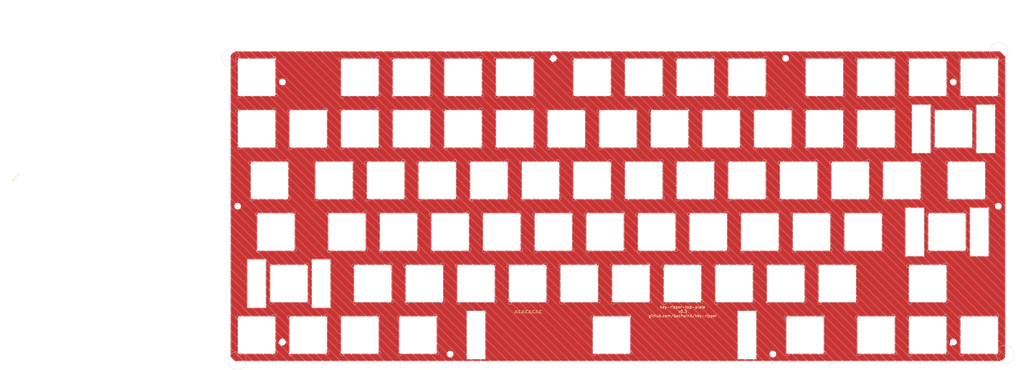
<source format=kicad_pcb>
(kicad_pcb (version 20171130) (host pcbnew "(5.1.4-0-10_14)")
  (layers (0 F.Cu signal) (31 B.Cu signal hide) (34 B.Paste user) (35 F.Paste user) (36 B.SilkS user) (37 F.SilkS user) (38 B.Mask user) (39 F.Mask user) (44 Edge.Cuts user))
  (net 0 "")
  (module "bschwind_slots:mx_top_plate_1.00u" (layer "F.Cu") (at 276.225 123.82505)
    (fp_text reference "REF**")
    (fp_text value "mx_top_plate_1.00u")
    (fp_line (start -7 -6.5) (end -7 6.490924) (width 0.1) (layer "Edge.Cuts"))
    (fp_line (start -6.5 -7) (end 6.5 -7) (width 0.1) (layer "Edge.Cuts"))
    (fp_line (start -6.5 6.990924) (end 6.5 7) (width 0.1) (layer "Edge.Cuts"))
    (fp_line (start 7 -6.5) (end 7 6.5) (width 0.1) (layer "Edge.Cuts"))
    (fp_arc (start -7 -6.5) (end -6.5 -7) (angle 0) (width 0.1) (layer "Edge.Cuts"))
    (fp_arc (start -6.5 6.990924) (end -7 6.490924) (angle 0) (width 0.1) (layer "Edge.Cuts"))
    (fp_arc (start 6.5 -7) (end 7 -6.5) (angle 0) (width 0.1) (layer "Edge.Cuts"))
    (fp_arc (start 7 6.5) (end 6.5 7) (angle 0) (width 0.1) (layer "Edge.Cuts"))
  )
  (module "bschwind_slots:mx_top_plate_1.25u" (layer "F.Cu") (at 230.98125 123.82505)
    (fp_text reference "REF**")
    (fp_text value "mx_top_plate_1.25u")
    (fp_line (start -7 -6.5) (end -7 6.490924) (width 0.1) (layer "Edge.Cuts"))
    (fp_line (start -6.5 -7) (end 6.5 -7) (width 0.1) (layer "Edge.Cuts"))
    (fp_line (start -6.5 6.990924) (end 6.5 7) (width 0.1) (layer "Edge.Cuts"))
    (fp_line (start 7 -6.5) (end 7 6.5) (width 0.1) (layer "Edge.Cuts"))
    (fp_arc (start -7 -6.5) (end -6.5 -7) (angle 0) (width 0.1) (layer "Edge.Cuts"))
    (fp_arc (start -6.5 6.990924) (end -7 6.490924) (angle 0) (width 0.1) (layer "Edge.Cuts"))
    (fp_arc (start 6.5 -7) (end 7 -6.5) (angle 0) (width 0.1) (layer "Edge.Cuts"))
    (fp_arc (start 7 6.5) (end 6.5 7) (angle 0) (width 0.1) (layer "Edge.Cuts"))
  )
  (module "bschwind_slots:mx_top_plate_1.00u" (layer "F.Cu") (at 90.4875 104.77505)
    (fp_text reference "REF**")
    (fp_text value "mx_top_plate_1.00u")
    (fp_line (start -7 -6.5) (end -7 6.490924) (width 0.1) (layer "Edge.Cuts"))
    (fp_line (start -6.5 -7) (end 6.5 -7) (width 0.1) (layer "Edge.Cuts"))
    (fp_line (start -6.5 6.990924) (end 6.5 7) (width 0.1) (layer "Edge.Cuts"))
    (fp_line (start 7 -6.5) (end 7 6.5) (width 0.1) (layer "Edge.Cuts"))
    (fp_arc (start -7 -6.5) (end -6.5 -7) (angle 0) (width 0.1) (layer "Edge.Cuts"))
    (fp_arc (start -6.5 6.990924) (end -7 6.490924) (angle 0) (width 0.1) (layer "Edge.Cuts"))
    (fp_arc (start 6.5 -7) (end 7 -6.5) (angle 0) (width 0.1) (layer "Edge.Cuts"))
    (fp_arc (start 7 6.5) (end 6.5 7) (angle 0) (width 0.1) (layer "Edge.Cuts"))
  )
  (module "bschwind_slots:mx_top_plate_1.00u" (layer "F.Cu") (at 100.0125 85.72505)
    (fp_text reference "REF**")
    (fp_text value "mx_top_plate_1.00u")
    (fp_line (start -7 -6.5) (end -7 6.490924) (width 0.1) (layer "Edge.Cuts"))
    (fp_line (start -6.5 -7) (end 6.5 -7) (width 0.1) (layer "Edge.Cuts"))
    (fp_line (start -6.5 6.990924) (end 6.5 7) (width 0.1) (layer "Edge.Cuts"))
    (fp_line (start 7 -6.5) (end 7 6.5) (width 0.1) (layer "Edge.Cuts"))
    (fp_arc (start -7 -6.5) (end -6.5 -7) (angle 0) (width 0.1) (layer "Edge.Cuts"))
    (fp_arc (start -6.5 6.990924) (end -7 6.490924) (angle 0) (width 0.1) (layer "Edge.Cuts"))
    (fp_arc (start 6.5 -7) (end 7 -6.5) (angle 0) (width 0.1) (layer "Edge.Cuts"))
    (fp_arc (start 7 6.5) (end 6.5 7) (angle 0) (width 0.1) (layer "Edge.Cuts"))
  )
  (module "bschwind_slots:mx_top_plate_1.00u" (layer "F.Cu") (at 180.975 47.62505)
    (fp_text reference "REF**")
    (fp_text value "mx_top_plate_1.00u")
    (fp_line (start -7 -6.5) (end -7 6.490924) (width 0.1) (layer "Edge.Cuts"))
    (fp_line (start -6.5 -7) (end 6.5 -7) (width 0.1) (layer "Edge.Cuts"))
    (fp_line (start -6.5 6.990924) (end 6.5 7) (width 0.1) (layer "Edge.Cuts"))
    (fp_line (start 7 -6.5) (end 7 6.5) (width 0.1) (layer "Edge.Cuts"))
    (fp_arc (start -7 -6.5) (end -6.5 -7) (angle 0) (width 0.1) (layer "Edge.Cuts"))
    (fp_arc (start -6.5 6.990924) (end -7 6.490924) (angle 0) (width 0.1) (layer "Edge.Cuts"))
    (fp_arc (start 6.5 -7) (end 7 -6.5) (angle 0) (width 0.1) (layer "Edge.Cuts"))
    (fp_arc (start 7 6.5) (end 6.5 7) (angle 0) (width 0.1) (layer "Edge.Cuts"))
  )
  (module "bschwind_slots:mx_top_plate_1.00u" (layer "F.Cu") (at 238.125 47.62505)
    (fp_text reference "REF**")
    (fp_text value "mx_top_plate_1.00u")
    (fp_line (start -7 -6.5) (end -7 6.490924) (width 0.1) (layer "Edge.Cuts"))
    (fp_line (start -6.5 -7) (end 6.5 -7) (width 0.1) (layer "Edge.Cuts"))
    (fp_line (start -6.5 6.990924) (end 6.5 7) (width 0.1) (layer "Edge.Cuts"))
    (fp_line (start 7 -6.5) (end 7 6.5) (width 0.1) (layer "Edge.Cuts"))
    (fp_arc (start -7 -6.5) (end -6.5 -7) (angle 0) (width 0.1) (layer "Edge.Cuts"))
    (fp_arc (start -6.5 6.990924) (end -7 6.490924) (angle 0) (width 0.1) (layer "Edge.Cuts"))
    (fp_arc (start 6.5 -7) (end 7 -6.5) (angle 0) (width 0.1) (layer "Edge.Cuts"))
    (fp_arc (start 7 6.5) (end 6.5 7) (angle 0) (width 0.1) (layer "Edge.Cuts"))
  )
  (module "bschwind_slots:mx_top_plate_1.00u" (layer "F.Cu") (at 295.275 28.57505)
    (fp_text reference "REF**")
    (fp_text value "mx_top_plate_1.00u")
    (fp_line (start -7 -6.5) (end -7 6.490924) (width 0.1) (layer "Edge.Cuts"))
    (fp_line (start -6.5 -7) (end 6.5 -7) (width 0.1) (layer "Edge.Cuts"))
    (fp_line (start -6.5 6.990924) (end 6.5 7) (width 0.1) (layer "Edge.Cuts"))
    (fp_line (start 7 -6.5) (end 7 6.5) (width 0.1) (layer "Edge.Cuts"))
    (fp_arc (start -7 -6.5) (end -6.5 -7) (angle 0) (width 0.1) (layer "Edge.Cuts"))
    (fp_arc (start -6.5 6.990924) (end -7 6.490924) (angle 0) (width 0.1) (layer "Edge.Cuts"))
    (fp_arc (start 6.5 -7) (end 7 -6.5) (angle 0) (width 0.1) (layer "Edge.Cuts"))
    (fp_arc (start 7 6.5) (end 6.5 7) (angle 0) (width 0.1) (layer "Edge.Cuts"))
  )
  (module "MountingHole:MountingHole_2.2mm_M2" (layer "F.Cu") (at 21.55 76.2)
    (fp_text reference "REF**" hide)
    (fp_text value "MountingHole_2.2mm_M2")
    (pad "" np_thru_hole circle (at 0 0) (size 2.2 2.2) (drill 2.2) (layers "*.Cu" "*.Mask"))
  )
  (module "bschwind_slots:mx_top_plate_1.00u" (layer "F.Cu") (at 295.275 123.82505)
    (fp_text reference "REF**")
    (fp_text value "mx_top_plate_1.00u")
    (fp_line (start -7 -6.5) (end -7 6.490924) (width 0.1) (layer "Edge.Cuts"))
    (fp_line (start -6.5 -7) (end 6.5 -7) (width 0.1) (layer "Edge.Cuts"))
    (fp_line (start -6.5 6.990924) (end 6.5 7) (width 0.1) (layer "Edge.Cuts"))
    (fp_line (start 7 -6.5) (end 7 6.5) (width 0.1) (layer "Edge.Cuts"))
    (fp_arc (start -7 -6.5) (end -6.5 -7) (angle 0) (width 0.1) (layer "Edge.Cuts"))
    (fp_arc (start -6.5 6.990924) (end -7 6.490924) (angle 0) (width 0.1) (layer "Edge.Cuts"))
    (fp_arc (start 6.5 -7) (end 7 -6.5) (angle 0) (width 0.1) (layer "Edge.Cuts"))
    (fp_arc (start 7 6.5) (end 6.5 7) (angle 0) (width 0.1) (layer "Edge.Cuts"))
  )
  (module "bschwind_slots:mx_top_plate_1.00u" (layer "F.Cu") (at 104.775 47.62505)
    (fp_text reference "REF**")
    (fp_text value "mx_top_plate_1.00u")
    (fp_line (start -7 -6.5) (end -7 6.490924) (width 0.1) (layer "Edge.Cuts"))
    (fp_line (start -6.5 -7) (end 6.5 -7) (width 0.1) (layer "Edge.Cuts"))
    (fp_line (start -6.5 6.990924) (end 6.5 7) (width 0.1) (layer "Edge.Cuts"))
    (fp_line (start 7 -6.5) (end 7 6.5) (width 0.1) (layer "Edge.Cuts"))
    (fp_arc (start -7 -6.5) (end -6.5 -7) (angle 0) (width 0.1) (layer "Edge.Cuts"))
    (fp_arc (start -6.5 6.990924) (end -7 6.490924) (angle 0) (width 0.1) (layer "Edge.Cuts"))
    (fp_arc (start 6.5 -7) (end 7 -6.5) (angle 0) (width 0.1) (layer "Edge.Cuts"))
    (fp_arc (start 7 6.5) (end 6.5 7) (angle 0) (width 0.1) (layer "Edge.Cuts"))
  )
  (module "bschwind_slots:mx_top_plate_1.00u" (layer "F.Cu") (at 123.825 28.57505)
    (fp_text reference "REF**")
    (fp_text value "mx_top_plate_1.00u")
    (fp_line (start -7 -6.5) (end -7 6.490924) (width 0.1) (layer "Edge.Cuts"))
    (fp_line (start -6.5 -7) (end 6.5 -7) (width 0.1) (layer "Edge.Cuts"))
    (fp_line (start -6.5 6.990924) (end 6.5 7) (width 0.1) (layer "Edge.Cuts"))
    (fp_line (start 7 -6.5) (end 7 6.5) (width 0.1) (layer "Edge.Cuts"))
    (fp_arc (start -7 -6.5) (end -6.5 -7) (angle 0) (width 0.1) (layer "Edge.Cuts"))
    (fp_arc (start -6.5 6.990924) (end -7 6.490924) (angle 0) (width 0.1) (layer "Edge.Cuts"))
    (fp_arc (start 6.5 -7) (end 7 -6.5) (angle 0) (width 0.1) (layer "Edge.Cuts"))
    (fp_arc (start 7 6.5) (end 6.5 7) (angle 0) (width 0.1) (layer "Edge.Cuts"))
  )
  (module "bschwind_slots:mx_top_plate_1.00u" (layer "F.Cu") (at 95.25 66.67505)
    (fp_text reference "REF**")
    (fp_text value "mx_top_plate_1.00u")
    (fp_line (start -7 -6.5) (end -7 6.490924) (width 0.1) (layer "Edge.Cuts"))
    (fp_line (start -6.5 -7) (end 6.5 -7) (width 0.1) (layer "Edge.Cuts"))
    (fp_line (start -6.5 6.990924) (end 6.5 7) (width 0.1) (layer "Edge.Cuts"))
    (fp_line (start 7 -6.5) (end 7 6.5) (width 0.1) (layer "Edge.Cuts"))
    (fp_arc (start -7 -6.5) (end -6.5 -7) (angle 0) (width 0.1) (layer "Edge.Cuts"))
    (fp_arc (start -6.5 6.990924) (end -7 6.490924) (angle 0) (width 0.1) (layer "Edge.Cuts"))
    (fp_arc (start 6.5 -7) (end 7 -6.5) (angle 0) (width 0.1) (layer "Edge.Cuts"))
    (fp_arc (start 7 6.5) (end 6.5 7) (angle 0) (width 0.1) (layer "Edge.Cuts"))
  )
  (module "bschwind_slots:mx_top_plate_1.00u" (layer "F.Cu") (at 223.8375 104.77505)
    (fp_text reference "REF**")
    (fp_text value "mx_top_plate_1.00u")
    (fp_line (start -7 -6.5) (end -7 6.490924) (width 0.1) (layer "Edge.Cuts"))
    (fp_line (start -6.5 -7) (end 6.5 -7) (width 0.1) (layer "Edge.Cuts"))
    (fp_line (start -6.5 6.990924) (end 6.5 7) (width 0.1) (layer "Edge.Cuts"))
    (fp_line (start 7 -6.5) (end 7 6.5) (width 0.1) (layer "Edge.Cuts"))
    (fp_arc (start -7 -6.5) (end -6.5 -7) (angle 0) (width 0.1) (layer "Edge.Cuts"))
    (fp_arc (start -6.5 6.990924) (end -7 6.490924) (angle 0) (width 0.1) (layer "Edge.Cuts"))
    (fp_arc (start 6.5 -7) (end 7 -6.5) (angle 0) (width 0.1) (layer "Edge.Cuts"))
    (fp_arc (start 7 6.5) (end 6.5 7) (angle 0) (width 0.1) (layer "Edge.Cuts"))
  )
  (module "bschwind_slots:mx_top_plate_1.00u" (layer "F.Cu") (at 66.675 28.57505)
    (fp_text reference "REF**")
    (fp_text value "mx_top_plate_1.00u")
    (fp_line (start -7 -6.5) (end -7 6.490924) (width 0.1) (layer "Edge.Cuts"))
    (fp_line (start -6.5 -7) (end 6.5 -7) (width 0.1) (layer "Edge.Cuts"))
    (fp_line (start -6.5 6.990924) (end 6.5 7) (width 0.1) (layer "Edge.Cuts"))
    (fp_line (start 7 -6.5) (end 7 6.5) (width 0.1) (layer "Edge.Cuts"))
    (fp_arc (start -7 -6.5) (end -6.5 -7) (angle 0) (width 0.1) (layer "Edge.Cuts"))
    (fp_arc (start -6.5 6.990924) (end -7 6.490924) (angle 0) (width 0.1) (layer "Edge.Cuts"))
    (fp_arc (start 6.5 -7) (end 7 -6.5) (angle 0) (width 0.1) (layer "Edge.Cuts"))
    (fp_arc (start 7 6.5) (end 6.5 7) (angle 0) (width 0.1) (layer "Edge.Cuts"))
  )
  (module "bschwind_slots:mx_top_plate_1.00u" (layer "F.Cu") (at 161.925 47.62505)
    (fp_text reference "REF**")
    (fp_text value "mx_top_plate_1.00u")
    (fp_line (start -7 -6.5) (end -7 6.490924) (width 0.1) (layer "Edge.Cuts"))
    (fp_line (start -6.5 -7) (end 6.5 -7) (width 0.1) (layer "Edge.Cuts"))
    (fp_line (start -6.5 6.990924) (end 6.5 7) (width 0.1) (layer "Edge.Cuts"))
    (fp_line (start 7 -6.5) (end 7 6.5) (width 0.1) (layer "Edge.Cuts"))
    (fp_arc (start -7 -6.5) (end -6.5 -7) (angle 0) (width 0.1) (layer "Edge.Cuts"))
    (fp_arc (start -6.5 6.990924) (end -7 6.490924) (angle 0) (width 0.1) (layer "Edge.Cuts"))
    (fp_arc (start 6.5 -7) (end 7 -6.5) (angle 0) (width 0.1) (layer "Edge.Cuts"))
    (fp_arc (start 7 6.5) (end 6.5 7) (angle 0) (width 0.1) (layer "Edge.Cuts"))
  )
  (module "bschwind_slots:mx_top_plate_1.00u" (layer "F.Cu") (at 147.6375 104.77505)
    (fp_text reference "REF**")
    (fp_text value "mx_top_plate_1.00u")
    (fp_line (start -7 -6.5) (end -7 6.490924) (width 0.1) (layer "Edge.Cuts"))
    (fp_line (start -6.5 -7) (end 6.5 -7) (width 0.1) (layer "Edge.Cuts"))
    (fp_line (start -6.5 6.990924) (end 6.5 7) (width 0.1) (layer "Edge.Cuts"))
    (fp_line (start 7 -6.5) (end 7 6.5) (width 0.1) (layer "Edge.Cuts"))
    (fp_arc (start -7 -6.5) (end -6.5 -7) (angle 0) (width 0.1) (layer "Edge.Cuts"))
    (fp_arc (start -6.5 6.990924) (end -7 6.490924) (angle 0) (width 0.1) (layer "Edge.Cuts"))
    (fp_arc (start 6.5 -7) (end 7 -6.5) (angle 0) (width 0.1) (layer "Edge.Cuts"))
    (fp_arc (start 7 6.5) (end 6.5 7) (angle 0) (width 0.1) (layer "Edge.Cuts"))
  )
  (module "MountingHole:MountingHole_2.2mm_M2" (layer "F.Cu") (at 138.125 21.55)
    (fp_text reference "REF**" hide)
    (fp_text value "MountingHole_2.2mm_M2")
    (pad "" np_thru_hole circle (at 0 0) (size 2.2 2.2) (drill 2.2) (layers "*.Cu" "*.Mask"))
  )
  (module "bschwind_slots:mx_top_plate_1.00u" (layer "F.Cu") (at 233.3625 85.72505)
    (fp_text reference "REF**")
    (fp_text value "mx_top_plate_1.00u")
    (fp_line (start -7 -6.5) (end -7 6.490924) (width 0.1) (layer "Edge.Cuts"))
    (fp_line (start -6.5 -7) (end 6.5 -7) (width 0.1) (layer "Edge.Cuts"))
    (fp_line (start -6.5 6.990924) (end 6.5 7) (width 0.1) (layer "Edge.Cuts"))
    (fp_line (start 7 -6.5) (end 7 6.5) (width 0.1) (layer "Edge.Cuts"))
    (fp_arc (start -7 -6.5) (end -6.5 -7) (angle 0) (width 0.1) (layer "Edge.Cuts"))
    (fp_arc (start -6.5 6.990924) (end -7 6.490924) (angle 0) (width 0.1) (layer "Edge.Cuts"))
    (fp_arc (start 6.5 -7) (end 7 -6.5) (angle 0) (width 0.1) (layer "Edge.Cuts"))
    (fp_arc (start 7 6.5) (end 6.5 7) (angle 0) (width 0.1) (layer "Edge.Cuts"))
  )
  (module "bschwind_slots:mx_top_plate_1.00u" (layer "F.Cu") (at 257.175 123.82505)
    (fp_text reference "REF**")
    (fp_text value "mx_top_plate_1.00u")
    (fp_line (start -7 -6.5) (end -7 6.490924) (width 0.1) (layer "Edge.Cuts"))
    (fp_line (start -6.5 -7) (end 6.5 -7) (width 0.1) (layer "Edge.Cuts"))
    (fp_line (start -6.5 6.990924) (end 6.5 7) (width 0.1) (layer "Edge.Cuts"))
    (fp_line (start 7 -6.5) (end 7 6.5) (width 0.1) (layer "Edge.Cuts"))
    (fp_arc (start -7 -6.5) (end -6.5 -7) (angle 0) (width 0.1) (layer "Edge.Cuts"))
    (fp_arc (start -6.5 6.990924) (end -7 6.490924) (angle 0) (width 0.1) (layer "Edge.Cuts"))
    (fp_arc (start 6.5 -7) (end 7 -6.5) (angle 0) (width 0.1) (layer "Edge.Cuts"))
    (fp_arc (start 7 6.5) (end 6.5 7) (angle 0) (width 0.1) (layer "Edge.Cuts"))
  )
  (module "bschwind_slots:mx_top_plate_1.00u" (layer "F.Cu") (at 176.2125 85.72505)
    (fp_text reference "REF**")
    (fp_text value "mx_top_plate_1.00u")
    (fp_line (start -7 -6.5) (end -7 6.490924) (width 0.1) (layer "Edge.Cuts"))
    (fp_line (start -6.5 -7) (end 6.5 -7) (width 0.1) (layer "Edge.Cuts"))
    (fp_line (start -6.5 6.990924) (end 6.5 7) (width 0.1) (layer "Edge.Cuts"))
    (fp_line (start 7 -6.5) (end 7 6.5) (width 0.1) (layer "Edge.Cuts"))
    (fp_arc (start -7 -6.5) (end -6.5 -7) (angle 0) (width 0.1) (layer "Edge.Cuts"))
    (fp_arc (start -6.5 6.990924) (end -7 6.490924) (angle 0) (width 0.1) (layer "Edge.Cuts"))
    (fp_arc (start 6.5 -7) (end 7 -6.5) (angle 0) (width 0.1) (layer "Edge.Cuts"))
    (fp_arc (start 7 6.5) (end 6.5 7) (angle 0) (width 0.1) (layer "Edge.Cuts"))
  )
  (module "bschwind_slots:mx_top_plate_1.00u" (layer "F.Cu") (at 238.125 28.57505)
    (fp_text reference "REF**")
    (fp_text value "mx_top_plate_1.00u")
    (fp_line (start -7 -6.5) (end -7 6.490924) (width 0.1) (layer "Edge.Cuts"))
    (fp_line (start -6.5 -7) (end 6.5 -7) (width 0.1) (layer "Edge.Cuts"))
    (fp_line (start -6.5 6.990924) (end 6.5 7) (width 0.1) (layer "Edge.Cuts"))
    (fp_line (start 7 -6.5) (end 7 6.5) (width 0.1) (layer "Edge.Cuts"))
    (fp_arc (start -7 -6.5) (end -6.5 -7) (angle 0) (width 0.1) (layer "Edge.Cuts"))
    (fp_arc (start -6.5 6.990924) (end -7 6.490924) (angle 0) (width 0.1) (layer "Edge.Cuts"))
    (fp_arc (start 6.5 -7) (end 7 -6.5) (angle 0) (width 0.1) (layer "Edge.Cuts"))
    (fp_arc (start 7 6.5) (end 6.5 7) (angle 0) (width 0.1) (layer "Edge.Cuts"))
  )
  (module "bschwind_slots:mx_top_plate_1.00u" (layer "F.Cu") (at 152.4 66.67505)
    (fp_text reference "REF**")
    (fp_text value "mx_top_plate_1.00u")
    (fp_line (start -7 -6.5) (end -7 6.490924) (width 0.1) (layer "Edge.Cuts"))
    (fp_line (start -6.5 -7) (end 6.5 -7) (width 0.1) (layer "Edge.Cuts"))
    (fp_line (start -6.5 6.990924) (end 6.5 7) (width 0.1) (layer "Edge.Cuts"))
    (fp_line (start 7 -6.5) (end 7 6.5) (width 0.1) (layer "Edge.Cuts"))
    (fp_arc (start -7 -6.5) (end -6.5 -7) (angle 0) (width 0.1) (layer "Edge.Cuts"))
    (fp_arc (start -6.5 6.990924) (end -7 6.490924) (angle 0) (width 0.1) (layer "Edge.Cuts"))
    (fp_arc (start 6.5 -7) (end 7 -6.5) (angle 0) (width 0.1) (layer "Edge.Cuts"))
    (fp_arc (start 7 6.5) (end 6.5 7) (angle 0) (width 0.1) (layer "Edge.Cuts"))
  )
  (module "bschwind_slots:mx_top_plate_2.25u_pcb_mount" (layer "F.Cu") (at 283.36875 85.72505)
    (fp_text reference "REF**")
    (fp_text value "mx_top_plate_2.25u")
    (fp_line (start -15.4 -9) (end -8.4 -9) (width 0.12) (layer "Edge.Cuts"))
    (fp_line (start -15.4 9) (end -15.4 -9) (width 0.12) (layer "Edge.Cuts"))
    (fp_line (start -8.4 -9) (end -8.4 9) (width 0.12) (layer "Edge.Cuts"))
    (fp_line (start -8.4 9) (end -15.4 9) (width 0.12) (layer "Edge.Cuts"))
    (fp_line (start -7 -6.490924) (end -7 6.5) (width 0.1) (layer "Edge.Cuts"))
    (fp_line (start -6.5 -7) (end 6.5 -7) (width 0.1) (layer "Edge.Cuts"))
    (fp_line (start -6.5 7) (end 6.5 7) (width 0.1) (layer "Edge.Cuts"))
    (fp_line (start 7 -6.490924) (end 7 6.509076) (width 0.1) (layer "Edge.Cuts"))
    (fp_line (start 8.4 -9) (end 15.4 -9) (width 0.12) (layer "Edge.Cuts"))
    (fp_line (start 8.4 9) (end 8.4 -9) (width 0.12) (layer "Edge.Cuts"))
    (fp_line (start 15.4 -9) (end 15.4 9) (width 0.12) (layer "Edge.Cuts"))
    (fp_line (start 15.4 9) (end 8.4 9) (width 0.12) (layer "Edge.Cuts"))
    (fp_arc (start -7 -6.5) (end -6.5 -7) (angle 0) (width 0.1) (layer "Edge.Cuts"))
    (fp_arc (start -6.5 7) (end -7 6.5) (angle 0) (width 0.1) (layer "Edge.Cuts"))
    (fp_arc (start 6.5 -7) (end 7 -6.5) (angle 0) (width 0.1) (layer "Edge.Cuts"))
    (fp_arc (start 7 6.5) (end 6.5 7) (angle 0) (width 0.1) (layer "Edge.Cuts"))
  )
  (module "bschwind_slots:mx_top_plate_1.00u" (layer "F.Cu") (at 157.1625 85.72505)
    (fp_text reference "REF**")
    (fp_text value "mx_top_plate_1.00u")
    (fp_line (start -7 -6.5) (end -7 6.490924) (width 0.1) (layer "Edge.Cuts"))
    (fp_line (start -6.5 -7) (end 6.5 -7) (width 0.1) (layer "Edge.Cuts"))
    (fp_line (start -6.5 6.990924) (end 6.5 7) (width 0.1) (layer "Edge.Cuts"))
    (fp_line (start 7 -6.5) (end 7 6.5) (width 0.1) (layer "Edge.Cuts"))
    (fp_arc (start -7 -6.5) (end -6.5 -7) (angle 0) (width 0.1) (layer "Edge.Cuts"))
    (fp_arc (start -6.5 6.990924) (end -7 6.490924) (angle 0) (width 0.1) (layer "Edge.Cuts"))
    (fp_arc (start 6.5 -7) (end 7 -6.5) (angle 0) (width 0.1) (layer "Edge.Cuts"))
    (fp_arc (start 7 6.5) (end 6.5 7) (angle 0) (width 0.1) (layer "Edge.Cuts"))
  )
  (module "bschwind_slots:mx_top_plate_1.00u" (layer "F.Cu") (at 85.725 47.62505)
    (fp_text reference "REF**")
    (fp_text value "mx_top_plate_1.00u")
    (fp_line (start -7 -6.5) (end -7 6.490924) (width 0.1) (layer "Edge.Cuts"))
    (fp_line (start -6.5 -7) (end 6.5 -7) (width 0.1) (layer "Edge.Cuts"))
    (fp_line (start -6.5 6.990924) (end 6.5 7) (width 0.1) (layer "Edge.Cuts"))
    (fp_line (start 7 -6.5) (end 7 6.5) (width 0.1) (layer "Edge.Cuts"))
    (fp_arc (start -7 -6.5) (end -6.5 -7) (angle 0) (width 0.1) (layer "Edge.Cuts"))
    (fp_arc (start -6.5 6.990924) (end -7 6.490924) (angle 0) (width 0.1) (layer "Edge.Cuts"))
    (fp_arc (start 6.5 -7) (end 7 -6.5) (angle 0) (width 0.1) (layer "Edge.Cuts"))
    (fp_arc (start 7 6.5) (end 6.5 7) (angle 0) (width 0.1) (layer "Edge.Cuts"))
  )
  (module "bschwind_slots:mx_top_plate_1.00u" (layer "F.Cu") (at 28.575 28.57505)
    (fp_text reference "REF**")
    (fp_text value "mx_top_plate_1.00u")
    (fp_line (start -7 -6.5) (end -7 6.490924) (width 0.1) (layer "Edge.Cuts"))
    (fp_line (start -6.5 -7) (end 6.5 -7) (width 0.1) (layer "Edge.Cuts"))
    (fp_line (start -6.5 6.990924) (end 6.5 7) (width 0.1) (layer "Edge.Cuts"))
    (fp_line (start 7 -6.5) (end 7 6.5) (width 0.1) (layer "Edge.Cuts"))
    (fp_arc (start -7 -6.5) (end -6.5 -7) (angle 0) (width 0.1) (layer "Edge.Cuts"))
    (fp_arc (start -6.5 6.990924) (end -7 6.490924) (angle 0) (width 0.1) (layer "Edge.Cuts"))
    (fp_arc (start 6.5 -7) (end 7 -6.5) (angle 0) (width 0.1) (layer "Edge.Cuts"))
    (fp_arc (start 7 6.5) (end 6.5 7) (angle 0) (width 0.1) (layer "Edge.Cuts"))
  )
  (module "bschwind_slots:mx_top_plate_1.00u" (layer "F.Cu") (at 104.775 28.57505)
    (fp_text reference "REF**")
    (fp_text value "mx_top_plate_1.00u")
    (fp_line (start -7 -6.5) (end -7 6.490924) (width 0.1) (layer "Edge.Cuts"))
    (fp_line (start -6.5 -7) (end 6.5 -7) (width 0.1) (layer "Edge.Cuts"))
    (fp_line (start -6.5 6.990924) (end 6.5 7) (width 0.1) (layer "Edge.Cuts"))
    (fp_line (start 7 -6.5) (end 7 6.5) (width 0.1) (layer "Edge.Cuts"))
    (fp_arc (start -7 -6.5) (end -6.5 -7) (angle 0) (width 0.1) (layer "Edge.Cuts"))
    (fp_arc (start -6.5 6.990924) (end -7 6.490924) (angle 0) (width 0.1) (layer "Edge.Cuts"))
    (fp_arc (start 6.5 -7) (end 7 -6.5) (angle 0) (width 0.1) (layer "Edge.Cuts"))
    (fp_arc (start 7 6.5) (end 6.5 7) (angle 0) (width 0.1) (layer "Edge.Cuts"))
  )
  (module "bschwind_slots:mx_top_plate_1.00u" (layer "F.Cu") (at 66.675 123.82505)
    (fp_text reference "REF**")
    (fp_text value "mx_top_plate_1.00u")
    (fp_line (start -7 -6.5) (end -7 6.490924) (width 0.1) (layer "Edge.Cuts"))
    (fp_line (start -6.5 -7) (end 6.5 -7) (width 0.1) (layer "Edge.Cuts"))
    (fp_line (start -6.5 6.990924) (end 6.5 7) (width 0.1) (layer "Edge.Cuts"))
    (fp_line (start 7 -6.5) (end 7 6.5) (width 0.1) (layer "Edge.Cuts"))
    (fp_arc (start -7 -6.5) (end -6.5 -7) (angle 0) (width 0.1) (layer "Edge.Cuts"))
    (fp_arc (start -6.5 6.990924) (end -7 6.490924) (angle 0) (width 0.1) (layer "Edge.Cuts"))
    (fp_arc (start 6.5 -7) (end 7 -6.5) (angle 0) (width 0.1) (layer "Edge.Cuts"))
    (fp_arc (start 7 6.5) (end 6.5 7) (angle 0) (width 0.1) (layer "Edge.Cuts"))
  )
  (module "bschwind_slots:mx_top_plate_1.50u" (layer "F.Cu") (at 33.3375 66.67505)
    (fp_text reference "REF**")
    (fp_text value "mx_top_plate_1.50u")
    (fp_line (start -7 -6.5) (end -7 6.490924) (width 0.1) (layer "Edge.Cuts"))
    (fp_line (start -6.5 -7) (end 6.5 -7) (width 0.1) (layer "Edge.Cuts"))
    (fp_line (start -6.5 6.990924) (end 6.5 7) (width 0.1) (layer "Edge.Cuts"))
    (fp_line (start 7 -6.5) (end 7 6.5) (width 0.1) (layer "Edge.Cuts"))
    (fp_arc (start -7 -6.5) (end -6.5 -7) (angle 0) (width 0.1) (layer "Edge.Cuts"))
    (fp_arc (start -6.5 6.990924) (end -7 6.490924) (angle 0) (width 0.1) (layer "Edge.Cuts"))
    (fp_arc (start 6.5 -7) (end 7 -6.5) (angle 0) (width 0.1) (layer "Edge.Cuts"))
    (fp_arc (start 7 6.5) (end 6.5 7) (angle 0) (width 0.1) (layer "Edge.Cuts"))
  )
  (module "MountingHole:MountingHole_2.2mm_M2" (layer "F.Cu") (at 100 130.85)
    (fp_text reference "REF**" hide)
    (fp_text value "MountingHole_2.2mm_M2")
    (pad "" np_thru_hole circle (at 0 0) (size 2.2 2.2) (drill 2.2) (layers "*.Cu" "*.Mask"))
  )
  (module "bschwind_slots:mx_top_plate_1.00u" (layer "F.Cu") (at 133.35 66.67505)
    (fp_text reference "REF**")
    (fp_text value "mx_top_plate_1.00u")
    (fp_line (start -7 -6.5) (end -7 6.490924) (width 0.1) (layer "Edge.Cuts"))
    (fp_line (start -6.5 -7) (end 6.5 -7) (width 0.1) (layer "Edge.Cuts"))
    (fp_line (start -6.5 6.990924) (end 6.5 7) (width 0.1) (layer "Edge.Cuts"))
    (fp_line (start 7 -6.5) (end 7 6.5) (width 0.1) (layer "Edge.Cuts"))
    (fp_arc (start -7 -6.5) (end -6.5 -7) (angle 0) (width 0.1) (layer "Edge.Cuts"))
    (fp_arc (start -6.5 6.990924) (end -7 6.490924) (angle 0) (width 0.1) (layer "Edge.Cuts"))
    (fp_arc (start 6.5 -7) (end 7 -6.5) (angle 0) (width 0.1) (layer "Edge.Cuts"))
    (fp_arc (start 7 6.5) (end 6.5 7) (angle 0) (width 0.1) (layer "Edge.Cuts"))
  )
  (module "MountingHole:MountingHole_2.2mm_M2" (layer "F.Cu") (at 302.3 76.2)
    (fp_text reference "REF**" hide)
    (fp_text value "MountingHole_2.2mm_M2")
    (pad "" np_thru_hole circle (at 0 0) (size 2.2 2.2) (drill 2.2) (layers "*.Cu" "*.Mask"))
  )
  (module "bschwind_slots:mx_top_plate_1.25u" (layer "F.Cu") (at 88.10625 123.82505)
    (fp_text reference "REF**")
    (fp_text value "mx_top_plate_1.25u")
    (fp_line (start -7 -6.5) (end -7 6.490924) (width 0.1) (layer "Edge.Cuts"))
    (fp_line (start -6.5 -7) (end 6.5 -7) (width 0.1) (layer "Edge.Cuts"))
    (fp_line (start -6.5 6.990924) (end 6.5 7) (width 0.1) (layer "Edge.Cuts"))
    (fp_line (start 7 -6.5) (end 7 6.5) (width 0.1) (layer "Edge.Cuts"))
    (fp_arc (start -7 -6.5) (end -6.5 -7) (angle 0) (width 0.1) (layer "Edge.Cuts"))
    (fp_arc (start -6.5 6.990924) (end -7 6.490924) (angle 0) (width 0.1) (layer "Edge.Cuts"))
    (fp_arc (start 6.5 -7) (end 7 -6.5) (angle 0) (width 0.1) (layer "Edge.Cuts"))
    (fp_arc (start 7 6.5) (end 6.5 7) (angle 0) (width 0.1) (layer "Edge.Cuts"))
  )
  (module "bschwind_slots:mx_top_plate_1.00u" (layer "F.Cu") (at 119.0625 85.72505)
    (fp_text reference "REF**")
    (fp_text value "mx_top_plate_1.00u")
    (fp_line (start -7 -6.5) (end -7 6.490924) (width 0.1) (layer "Edge.Cuts"))
    (fp_line (start -6.5 -7) (end 6.5 -7) (width 0.1) (layer "Edge.Cuts"))
    (fp_line (start -6.5 6.990924) (end 6.5 7) (width 0.1) (layer "Edge.Cuts"))
    (fp_line (start 7 -6.5) (end 7 6.5) (width 0.1) (layer "Edge.Cuts"))
    (fp_arc (start -7 -6.5) (end -6.5 -7) (angle 0) (width 0.1) (layer "Edge.Cuts"))
    (fp_arc (start -6.5 6.990924) (end -7 6.490924) (angle 0) (width 0.1) (layer "Edge.Cuts"))
    (fp_arc (start 6.5 -7) (end 7 -6.5) (angle 0) (width 0.1) (layer "Edge.Cuts"))
    (fp_arc (start 7 6.5) (end 6.5 7) (angle 0) (width 0.1) (layer "Edge.Cuts"))
  )
  (module "bschwind_slots:mx_top_plate_1.75u" (layer "F.Cu") (at 35.71875 85.72505)
    (fp_text reference "REF**")
    (fp_text value "mx_top_plate_1.75u")
    (fp_line (start -7 -6.5) (end -7 6.490924) (width 0.1) (layer "Edge.Cuts"))
    (fp_line (start -6.5 -7) (end 6.5 -7) (width 0.1) (layer "Edge.Cuts"))
    (fp_line (start -6.5 6.990924) (end 6.5 7) (width 0.1) (layer "Edge.Cuts"))
    (fp_line (start 7 -6.5) (end 7 6.5) (width 0.1) (layer "Edge.Cuts"))
    (fp_arc (start -7 -6.5) (end -6.5 -7) (angle 0) (width 0.1) (layer "Edge.Cuts"))
    (fp_arc (start -6.5 6.990924) (end -7 6.490924) (angle 0) (width 0.1) (layer "Edge.Cuts"))
    (fp_arc (start 6.5 -7) (end 7 -6.5) (angle 0) (width 0.1) (layer "Edge.Cuts"))
    (fp_arc (start 7 6.5) (end 6.5 7) (angle 0) (width 0.1) (layer "Edge.Cuts"))
  )
  (module "bschwind_slots:mx_top_plate_1.00u" (layer "F.Cu") (at 190.5 66.67505)
    (fp_text reference "REF**")
    (fp_text value "mx_top_plate_1.00u")
    (fp_line (start -7 -6.5) (end -7 6.490924) (width 0.1) (layer "Edge.Cuts"))
    (fp_line (start -6.5 -7) (end 6.5 -7) (width 0.1) (layer "Edge.Cuts"))
    (fp_line (start -6.5 6.990924) (end 6.5 7) (width 0.1) (layer "Edge.Cuts"))
    (fp_line (start 7 -6.5) (end 7 6.5) (width 0.1) (layer "Edge.Cuts"))
    (fp_arc (start -7 -6.5) (end -6.5 -7) (angle 0) (width 0.1) (layer "Edge.Cuts"))
    (fp_arc (start -6.5 6.990924) (end -7 6.490924) (angle 0) (width 0.1) (layer "Edge.Cuts"))
    (fp_arc (start 6.5 -7) (end 7 -6.5) (angle 0) (width 0.1) (layer "Edge.Cuts"))
    (fp_arc (start 7 6.5) (end 6.5 7) (angle 0) (width 0.1) (layer "Edge.Cuts"))
  )
  (module "bschwind_slots:mx_top_plate_6.25u_pcb_mount" (layer "F.Cu") (at 159.54375 123.82505 180)
    (fp_text reference "REF**")
    (fp_text value "mx_top_plate_6.25u")
    (fp_line (start -53.5 -9) (end -46.5 -9) (width 0.12) (layer "Edge.Cuts"))
    (fp_line (start -53.5 9) (end -53.5 -9) (width 0.12) (layer "Edge.Cuts"))
    (fp_line (start -46.5 -9) (end -46.5 9) (width 0.12) (layer "Edge.Cuts"))
    (fp_line (start -46.5 9) (end -53.5 9) (width 0.12) (layer "Edge.Cuts"))
    (fp_line (start -7 -6.490924) (end -7 6.5) (width 0.1) (layer "Edge.Cuts"))
    (fp_line (start -6.5 -7) (end 6.5 -7) (width 0.1) (layer "Edge.Cuts"))
    (fp_line (start -6.5 7) (end 6.5 7) (width 0.1) (layer "Edge.Cuts"))
    (fp_line (start 7 -6.490924) (end 7 6.509076) (width 0.1) (layer "Edge.Cuts"))
    (fp_line (start 46.5 -9) (end 53.5 -9) (width 0.12) (layer "Edge.Cuts"))
    (fp_line (start 46.5 9) (end 46.5 -9) (width 0.12) (layer "Edge.Cuts"))
    (fp_line (start 53.5 -9) (end 53.5 9) (width 0.12) (layer "Edge.Cuts"))
    (fp_line (start 53.5 9) (end 46.5 9) (width 0.12) (layer "Edge.Cuts"))
    (fp_arc (start -7 -6.5) (end -6.5 -7) (angle 0) (width 0.1) (layer "Edge.Cuts"))
    (fp_arc (start -6.5 7) (end -7 6.5) (angle 0) (width 0.1) (layer "Edge.Cuts"))
    (fp_arc (start 6.5 -7) (end 7 -6.5) (angle 0) (width 0.1) (layer "Edge.Cuts"))
    (fp_arc (start 7 6.5) (end 6.5 7) (angle 0) (width 0.1) (layer "Edge.Cuts"))
  )
  (module "bschwind_slots:mx_top_plate_1.00u" (layer "F.Cu") (at 252.4125 85.72505)
    (fp_text reference "REF**")
    (fp_text value "mx_top_plate_1.00u")
    (fp_line (start -7 -6.5) (end -7 6.490924) (width 0.1) (layer "Edge.Cuts"))
    (fp_line (start -6.5 -7) (end 6.5 -7) (width 0.1) (layer "Edge.Cuts"))
    (fp_line (start -6.5 6.990924) (end 6.5 7) (width 0.1) (layer "Edge.Cuts"))
    (fp_line (start 7 -6.5) (end 7 6.5) (width 0.1) (layer "Edge.Cuts"))
    (fp_arc (start -7 -6.5) (end -6.5 -7) (angle 0) (width 0.1) (layer "Edge.Cuts"))
    (fp_arc (start -6.5 6.990924) (end -7 6.490924) (angle 0) (width 0.1) (layer "Edge.Cuts"))
    (fp_arc (start 6.5 -7) (end 7 -6.5) (angle 0) (width 0.1) (layer "Edge.Cuts"))
    (fp_arc (start 7 6.5) (end 6.5 7) (angle 0) (width 0.1) (layer "Edge.Cuts"))
  )
  (module "bschwind_slots:mx_top_plate_1.00u" (layer "F.Cu") (at 76.2 66.67505)
    (fp_text reference "REF**")
    (fp_text value "mx_top_plate_1.00u")
    (fp_line (start -7 -6.5) (end -7 6.490924) (width 0.1) (layer "Edge.Cuts"))
    (fp_line (start -6.5 -7) (end 6.5 -7) (width 0.1) (layer "Edge.Cuts"))
    (fp_line (start -6.5 6.990924) (end 6.5 7) (width 0.1) (layer "Edge.Cuts"))
    (fp_line (start 7 -6.5) (end 7 6.5) (width 0.1) (layer "Edge.Cuts"))
    (fp_arc (start -7 -6.5) (end -6.5 -7) (angle 0) (width 0.1) (layer "Edge.Cuts"))
    (fp_arc (start -6.5 6.990924) (end -7 6.490924) (angle 0) (width 0.1) (layer "Edge.Cuts"))
    (fp_arc (start 6.5 -7) (end 7 -6.5) (angle 0) (width 0.1) (layer "Edge.Cuts"))
    (fp_arc (start 7 6.5) (end 6.5 7) (angle 0) (width 0.1) (layer "Edge.Cuts"))
  )
  (module "bschwind_slots:mx_top_plate_1.00u" (layer "F.Cu") (at 138.1125 85.72505)
    (fp_text reference "REF**")
    (fp_text value "mx_top_plate_1.00u")
    (fp_line (start -7 -6.5) (end -7 6.490924) (width 0.1) (layer "Edge.Cuts"))
    (fp_line (start -6.5 -7) (end 6.5 -7) (width 0.1) (layer "Edge.Cuts"))
    (fp_line (start -6.5 6.990924) (end 6.5 7) (width 0.1) (layer "Edge.Cuts"))
    (fp_line (start 7 -6.5) (end 7 6.5) (width 0.1) (layer "Edge.Cuts"))
    (fp_arc (start -7 -6.5) (end -6.5 -7) (angle 0) (width 0.1) (layer "Edge.Cuts"))
    (fp_arc (start -6.5 6.990924) (end -7 6.490924) (angle 0) (width 0.1) (layer "Edge.Cuts"))
    (fp_arc (start 6.5 -7) (end 7 -6.5) (angle 0) (width 0.1) (layer "Edge.Cuts"))
    (fp_arc (start 7 6.5) (end 6.5 7) (angle 0) (width 0.1) (layer "Edge.Cuts"))
  )
  (module "copper-pour-patterns:2mm-bars-0.3mm-gap" (layer "F.Cu") (at -52.6 73.1 45)
    (fp_text reference "REF**" (at 0 -10.5 45 unlocked) (layer "F.SilkS"))
    (fp_text value "2mm-bars-0.3mm-gap")
  )
  (module "bschwind_slots:mx_top_plate_1.00u" (layer "F.Cu") (at 204.7875 104.77505)
    (fp_text reference "REF**")
    (fp_text value "mx_top_plate_1.00u")
    (fp_line (start -7 -6.5) (end -7 6.490924) (width 0.1) (layer "Edge.Cuts"))
    (fp_line (start -6.5 -7) (end 6.5 -7) (width 0.1) (layer "Edge.Cuts"))
    (fp_line (start -6.5 6.990924) (end 6.5 7) (width 0.1) (layer "Edge.Cuts"))
    (fp_line (start 7 -6.5) (end 7 6.5) (width 0.1) (layer "Edge.Cuts"))
    (fp_arc (start -7 -6.5) (end -6.5 -7) (angle 0) (width 0.1) (layer "Edge.Cuts"))
    (fp_arc (start -6.5 6.990924) (end -7 6.490924) (angle 0) (width 0.1) (layer "Edge.Cuts"))
    (fp_arc (start 6.5 -7) (end 7 -6.5) (angle 0) (width 0.1) (layer "Edge.Cuts"))
    (fp_arc (start 7 6.5) (end 6.5 7) (angle 0) (width 0.1) (layer "Edge.Cuts"))
  )
  (module "bschwind_slots:mx_top_plate_1.00u" (layer "F.Cu") (at 185.7375 104.77505)
    (fp_text reference "REF**")
    (fp_text value "mx_top_plate_1.00u")
    (fp_line (start -7 -6.5) (end -7 6.490924) (width 0.1) (layer "Edge.Cuts"))
    (fp_line (start -6.5 -7) (end 6.5 -7) (width 0.1) (layer "Edge.Cuts"))
    (fp_line (start -6.5 6.990924) (end 6.5 7) (width 0.1) (layer "Edge.Cuts"))
    (fp_line (start 7 -6.5) (end 7 6.5) (width 0.1) (layer "Edge.Cuts"))
    (fp_arc (start -7 -6.5) (end -6.5 -7) (angle 0) (width 0.1) (layer "Edge.Cuts"))
    (fp_arc (start -6.5 6.990924) (end -7 6.490924) (angle 0) (width 0.1) (layer "Edge.Cuts"))
    (fp_arc (start 6.5 -7) (end 7 -6.5) (angle 0) (width 0.1) (layer "Edge.Cuts"))
    (fp_arc (start 7 6.5) (end 6.5 7) (angle 0) (width 0.1) (layer "Edge.Cuts"))
  )
  (module "bschwind_slots:mx_top_plate_1.00u" (layer "F.Cu") (at 28.575 123.82505)
    (fp_text reference "REF**")
    (fp_text value "mx_top_plate_1.00u")
    (fp_line (start -7 -6.5) (end -7 6.490924) (width 0.1) (layer "Edge.Cuts"))
    (fp_line (start -6.5 -7) (end 6.5 -7) (width 0.1) (layer "Edge.Cuts"))
    (fp_line (start -6.5 6.990924) (end 6.5 7) (width 0.1) (layer "Edge.Cuts"))
    (fp_line (start 7 -6.5) (end 7 6.5) (width 0.1) (layer "Edge.Cuts"))
    (fp_arc (start -7 -6.5) (end -6.5 -7) (angle 0) (width 0.1) (layer "Edge.Cuts"))
    (fp_arc (start -6.5 6.990924) (end -7 6.490924) (angle 0) (width 0.1) (layer "Edge.Cuts"))
    (fp_arc (start 6.5 -7) (end 7 -6.5) (angle 0) (width 0.1) (layer "Edge.Cuts"))
    (fp_arc (start 7 6.5) (end 6.5 7) (angle 0) (width 0.1) (layer "Edge.Cuts"))
  )
  (module "bschwind_slots:mx_top_plate_1.00u" (layer "F.Cu") (at 276.225 104.77505)
    (fp_text reference "REF**")
    (fp_text value "mx_top_plate_1.00u")
    (fp_line (start -7 -6.5) (end -7 6.490924) (width 0.1) (layer "Edge.Cuts"))
    (fp_line (start -6.5 -7) (end 6.5 -7) (width 0.1) (layer "Edge.Cuts"))
    (fp_line (start -6.5 6.990924) (end 6.5 7) (width 0.1) (layer "Edge.Cuts"))
    (fp_line (start 7 -6.5) (end 7 6.5) (width 0.1) (layer "Edge.Cuts"))
    (fp_arc (start -7 -6.5) (end -6.5 -7) (angle 0) (width 0.1) (layer "Edge.Cuts"))
    (fp_arc (start -6.5 6.990924) (end -7 6.490924) (angle 0) (width 0.1) (layer "Edge.Cuts"))
    (fp_arc (start 6.5 -7) (end 7 -6.5) (angle 0) (width 0.1) (layer "Edge.Cuts"))
    (fp_arc (start 7 6.5) (end 6.5 7) (angle 0) (width 0.1) (layer "Edge.Cuts"))
  )
  (module "bschwind_slots:mx_top_plate_1.00u" (layer "F.Cu") (at 85.725 28.57505)
    (fp_text reference "REF**")
    (fp_text value "mx_top_plate_1.00u")
    (fp_line (start -7 -6.5) (end -7 6.490924) (width 0.1) (layer "Edge.Cuts"))
    (fp_line (start -6.5 -7) (end 6.5 -7) (width 0.1) (layer "Edge.Cuts"))
    (fp_line (start -6.5 6.990924) (end 6.5 7) (width 0.1) (layer "Edge.Cuts"))
    (fp_line (start 7 -6.5) (end 7 6.5) (width 0.1) (layer "Edge.Cuts"))
    (fp_arc (start -7 -6.5) (end -6.5 -7) (angle 0) (width 0.1) (layer "Edge.Cuts"))
    (fp_arc (start -6.5 6.990924) (end -7 6.490924) (angle 0) (width 0.1) (layer "Edge.Cuts"))
    (fp_arc (start 6.5 -7) (end 7 -6.5) (angle 0) (width 0.1) (layer "Edge.Cuts"))
    (fp_arc (start 7 6.5) (end 6.5 7) (angle 0) (width 0.1) (layer "Edge.Cuts"))
  )
  (module "MountingHole:MountingHole_2.2mm_M2" (layer "F.Cu") (at 38.1 30.3)
    (fp_text reference "REF**" hide)
    (fp_text value "MountingHole_2.2mm_M2")
    (pad "" np_thru_hole circle (at 0 0) (size 2.2 2.2) (drill 2.2) (layers "*.Cu" "*.Mask"))
  )
  (module "bschwind_slots:mx_top_plate_1.00u" (layer "F.Cu") (at 228.6 66.67505)
    (fp_text reference "REF**")
    (fp_text value "mx_top_plate_1.00u")
    (fp_line (start -7 -6.5) (end -7 6.490924) (width 0.1) (layer "Edge.Cuts"))
    (fp_line (start -6.5 -7) (end 6.5 -7) (width 0.1) (layer "Edge.Cuts"))
    (fp_line (start -6.5 6.990924) (end 6.5 7) (width 0.1) (layer "Edge.Cuts"))
    (fp_line (start 7 -6.5) (end 7 6.5) (width 0.1) (layer "Edge.Cuts"))
    (fp_arc (start -7 -6.5) (end -6.5 -7) (angle 0) (width 0.1) (layer "Edge.Cuts"))
    (fp_arc (start -6.5 6.990924) (end -7 6.490924) (angle 0) (width 0.1) (layer "Edge.Cuts"))
    (fp_arc (start 6.5 -7) (end 7 -6.5) (angle 0) (width 0.1) (layer "Edge.Cuts"))
    (fp_arc (start 7 6.5) (end 6.5 7) (angle 0) (width 0.1) (layer "Edge.Cuts"))
  )
  (module "bschwind_slots:mx_top_plate_1.00u" (layer "F.Cu") (at 266.7 66.67505)
    (fp_text reference "REF**")
    (fp_text value "mx_top_plate_1.00u")
    (fp_line (start -7 -6.5) (end -7 6.490924) (width 0.1) (layer "Edge.Cuts"))
    (fp_line (start -6.5 -7) (end 6.5 -7) (width 0.1) (layer "Edge.Cuts"))
    (fp_line (start -6.5 6.990924) (end 6.5 7) (width 0.1) (layer "Edge.Cuts"))
    (fp_line (start 7 -6.5) (end 7 6.5) (width 0.1) (layer "Edge.Cuts"))
    (fp_arc (start -7 -6.5) (end -6.5 -7) (angle 0) (width 0.1) (layer "Edge.Cuts"))
    (fp_arc (start -6.5 6.990924) (end -7 6.490924) (angle 0) (width 0.1) (layer "Edge.Cuts"))
    (fp_arc (start 6.5 -7) (end 7 -6.5) (angle 0) (width 0.1) (layer "Edge.Cuts"))
    (fp_arc (start 7 6.5) (end 6.5 7) (angle 0) (width 0.1) (layer "Edge.Cuts"))
  )
  (module "MountingHole:MountingHole_2.2mm_M2" (layer "F.Cu") (at 285.7 126.4)
    (fp_text reference "REF**" hide)
    (fp_text value "MountingHole_2.2mm_M2")
    (pad "" np_thru_hole circle (at 0 0) (size 2.2 2.2) (drill 2.2) (layers "*.Cu" "*.Mask"))
  )
  (module "bschwind_slots:mx_top_plate_1.00u" (layer "F.Cu") (at 171.45 28.57505)
    (fp_text reference "REF**")
    (fp_text value "mx_top_plate_1.00u")
    (fp_line (start -7 -6.5) (end -7 6.490924) (width 0.1) (layer "Edge.Cuts"))
    (fp_line (start -6.5 -7) (end 6.5 -7) (width 0.1) (layer "Edge.Cuts"))
    (fp_line (start -6.5 6.990924) (end 6.5 7) (width 0.1) (layer "Edge.Cuts"))
    (fp_line (start 7 -6.5) (end 7 6.5) (width 0.1) (layer "Edge.Cuts"))
    (fp_arc (start -7 -6.5) (end -6.5 -7) (angle 0) (width 0.1) (layer "Edge.Cuts"))
    (fp_arc (start -6.5 6.990924) (end -7 6.490924) (angle 0) (width 0.1) (layer "Edge.Cuts"))
    (fp_arc (start 6.5 -7) (end 7 -6.5) (angle 0) (width 0.1) (layer "Edge.Cuts"))
    (fp_arc (start 7 6.5) (end 6.5 7) (angle 0) (width 0.1) (layer "Edge.Cuts"))
  )
  (module "bschwind_slots:mx_top_plate_1.00u" (layer "F.Cu") (at 200.025 47.62505)
    (fp_text reference "REF**")
    (fp_text value "mx_top_plate_1.00u")
    (fp_line (start -7 -6.5) (end -7 6.490924) (width 0.1) (layer "Edge.Cuts"))
    (fp_line (start -6.5 -7) (end 6.5 -7) (width 0.1) (layer "Edge.Cuts"))
    (fp_line (start -6.5 6.990924) (end 6.5 7) (width 0.1) (layer "Edge.Cuts"))
    (fp_line (start 7 -6.5) (end 7 6.5) (width 0.1) (layer "Edge.Cuts"))
    (fp_arc (start -7 -6.5) (end -6.5 -7) (angle 0) (width 0.1) (layer "Edge.Cuts"))
    (fp_arc (start -6.5 6.990924) (end -7 6.490924) (angle 0) (width 0.1) (layer "Edge.Cuts"))
    (fp_arc (start 6.5 -7) (end 7 -6.5) (angle 0) (width 0.1) (layer "Edge.Cuts"))
    (fp_arc (start 7 6.5) (end 6.5 7) (angle 0) (width 0.1) (layer "Edge.Cuts"))
  )
  (module "bschwind_slots:mx_top_plate_1.00u" (layer "F.Cu") (at 195.2625 85.72505)
    (fp_text reference "REF**")
    (fp_text value "mx_top_plate_1.00u")
    (fp_line (start -7 -6.5) (end -7 6.490924) (width 0.1) (layer "Edge.Cuts"))
    (fp_line (start -6.5 -7) (end 6.5 -7) (width 0.1) (layer "Edge.Cuts"))
    (fp_line (start -6.5 6.990924) (end 6.5 7) (width 0.1) (layer "Edge.Cuts"))
    (fp_line (start 7 -6.5) (end 7 6.5) (width 0.1) (layer "Edge.Cuts"))
    (fp_arc (start -7 -6.5) (end -6.5 -7) (angle 0) (width 0.1) (layer "Edge.Cuts"))
    (fp_arc (start -6.5 6.990924) (end -7 6.490924) (angle 0) (width 0.1) (layer "Edge.Cuts"))
    (fp_arc (start 6.5 -7) (end 7 -6.5) (angle 0) (width 0.1) (layer "Edge.Cuts"))
    (fp_arc (start 7 6.5) (end 6.5 7) (angle 0) (width 0.1) (layer "Edge.Cuts"))
  )
  (module "bschwind_slots:mx_top_plate_1.00u" (layer "F.Cu") (at 214.3125 85.72505)
    (fp_text reference "REF**")
    (fp_text value "mx_top_plate_1.00u")
    (fp_line (start -7 -6.5) (end -7 6.490924) (width 0.1) (layer "Edge.Cuts"))
    (fp_line (start -6.5 -7) (end 6.5 -7) (width 0.1) (layer "Edge.Cuts"))
    (fp_line (start -6.5 6.990924) (end 6.5 7) (width 0.1) (layer "Edge.Cuts"))
    (fp_line (start 7 -6.5) (end 7 6.5) (width 0.1) (layer "Edge.Cuts"))
    (fp_arc (start -7 -6.5) (end -6.5 -7) (angle 0) (width 0.1) (layer "Edge.Cuts"))
    (fp_arc (start -6.5 6.990924) (end -7 6.490924) (angle 0) (width 0.1) (layer "Edge.Cuts"))
    (fp_arc (start 6.5 -7) (end 7 -6.5) (angle 0) (width 0.1) (layer "Edge.Cuts"))
    (fp_arc (start 7 6.5) (end 6.5 7) (angle 0) (width 0.1) (layer "Edge.Cuts"))
  )
  (module "MountingHole:MountingHole_2.2mm_M2" (layer "F.Cu") (at 38.1 126.4)
    (fp_text reference "REF**" hide)
    (fp_text value "MountingHole_2.2mm_M2")
    (pad "" np_thru_hole circle (at 0 0) (size 2.2 2.2) (drill 2.2) (layers "*.Cu" "*.Mask"))
  )
  (module "bschwind_slots:mx_top_plate_1.00u" (layer "F.Cu") (at 219.075 47.62505)
    (fp_text reference "REF**")
    (fp_text value "mx_top_plate_1.00u")
    (fp_line (start -7 -6.5) (end -7 6.490924) (width 0.1) (layer "Edge.Cuts"))
    (fp_line (start -6.5 -7) (end 6.5 -7) (width 0.1) (layer "Edge.Cuts"))
    (fp_line (start -6.5 6.990924) (end 6.5 7) (width 0.1) (layer "Edge.Cuts"))
    (fp_line (start 7 -6.5) (end 7 6.5) (width 0.1) (layer "Edge.Cuts"))
    (fp_arc (start -7 -6.5) (end -6.5 -7) (angle 0) (width 0.1) (layer "Edge.Cuts"))
    (fp_arc (start -6.5 6.990924) (end -7 6.490924) (angle 0) (width 0.1) (layer "Edge.Cuts"))
    (fp_arc (start 6.5 -7) (end 7 -6.5) (angle 0) (width 0.1) (layer "Edge.Cuts"))
    (fp_arc (start 7 6.5) (end 6.5 7) (angle 0) (width 0.1) (layer "Edge.Cuts"))
  )
  (module "bschwind_slots:mx_top_plate_1.00u" (layer "F.Cu") (at 71.4375 104.77505)
    (fp_text reference "REF**")
    (fp_text value "mx_top_plate_1.00u")
    (fp_line (start -7 -6.5) (end -7 6.490924) (width 0.1) (layer "Edge.Cuts"))
    (fp_line (start -6.5 -7) (end 6.5 -7) (width 0.1) (layer "Edge.Cuts"))
    (fp_line (start -6.5 6.990924) (end 6.5 7) (width 0.1) (layer "Edge.Cuts"))
    (fp_line (start 7 -6.5) (end 7 6.5) (width 0.1) (layer "Edge.Cuts"))
    (fp_arc (start -7 -6.5) (end -6.5 -7) (angle 0) (width 0.1) (layer "Edge.Cuts"))
    (fp_arc (start -6.5 6.990924) (end -7 6.490924) (angle 0) (width 0.1) (layer "Edge.Cuts"))
    (fp_arc (start 6.5 -7) (end 7 -6.5) (angle 0) (width 0.1) (layer "Edge.Cuts"))
    (fp_arc (start 7 6.5) (end 6.5 7) (angle 0) (width 0.1) (layer "Edge.Cuts"))
  )
  (module "bschwind_slots:mx_top_plate_1.00u" (layer "F.Cu") (at 128.5875 104.77505)
    (fp_text reference "REF**")
    (fp_text value "mx_top_plate_1.00u")
    (fp_line (start -7 -6.5) (end -7 6.490924) (width 0.1) (layer "Edge.Cuts"))
    (fp_line (start -6.5 -7) (end 6.5 -7) (width 0.1) (layer "Edge.Cuts"))
    (fp_line (start -6.5 6.990924) (end 6.5 7) (width 0.1) (layer "Edge.Cuts"))
    (fp_line (start 7 -6.5) (end 7 6.5) (width 0.1) (layer "Edge.Cuts"))
    (fp_arc (start -7 -6.5) (end -6.5 -7) (angle 0) (width 0.1) (layer "Edge.Cuts"))
    (fp_arc (start -6.5 6.990924) (end -7 6.490924) (angle 0) (width 0.1) (layer "Edge.Cuts"))
    (fp_arc (start 6.5 -7) (end 7 -6.5) (angle 0) (width 0.1) (layer "Edge.Cuts"))
    (fp_arc (start 7 6.5) (end 6.5 7) (angle 0) (width 0.1) (layer "Edge.Cuts"))
  )
  (module "bschwind_slots:mx_top_plate_1.00u" (layer "F.Cu") (at 276.225 28.57505)
    (fp_text reference "REF**")
    (fp_text value "mx_top_plate_1.00u")
    (fp_line (start -7 -6.5) (end -7 6.490924) (width 0.1) (layer "Edge.Cuts"))
    (fp_line (start -6.5 -7) (end 6.5 -7) (width 0.1) (layer "Edge.Cuts"))
    (fp_line (start -6.5 6.990924) (end 6.5 7) (width 0.1) (layer "Edge.Cuts"))
    (fp_line (start 7 -6.5) (end 7 6.5) (width 0.1) (layer "Edge.Cuts"))
    (fp_arc (start -7 -6.5) (end -6.5 -7) (angle 0) (width 0.1) (layer "Edge.Cuts"))
    (fp_arc (start -6.5 6.990924) (end -7 6.490924) (angle 0) (width 0.1) (layer "Edge.Cuts"))
    (fp_arc (start 6.5 -7) (end 7 -6.5) (angle 0) (width 0.1) (layer "Edge.Cuts"))
    (fp_arc (start 7 6.5) (end 6.5 7) (angle 0) (width 0.1) (layer "Edge.Cuts"))
  )
  (module "MountingHole:MountingHole_2.2mm_M2" (layer "F.Cu") (at 285.7 30.3)
    (fp_text reference "REF**" hide)
    (fp_text value "MountingHole_2.2mm_M2")
    (pad "" np_thru_hole circle (at 0 0) (size 2.2 2.2) (drill 2.2) (layers "*.Cu" "*.Mask"))
  )
  (module "bschwind_slots:mx_top_plate_1.00u" (layer "F.Cu") (at 28.575 47.62505)
    (fp_text reference "REF**")
    (fp_text value "mx_top_plate_1.00u")
    (fp_line (start -7 -6.5) (end -7 6.490924) (width 0.1) (layer "Edge.Cuts"))
    (fp_line (start -6.5 -7) (end 6.5 -7) (width 0.1) (layer "Edge.Cuts"))
    (fp_line (start -6.5 6.990924) (end 6.5 7) (width 0.1) (layer "Edge.Cuts"))
    (fp_line (start 7 -6.5) (end 7 6.5) (width 0.1) (layer "Edge.Cuts"))
    (fp_arc (start -7 -6.5) (end -6.5 -7) (angle 0) (width 0.1) (layer "Edge.Cuts"))
    (fp_arc (start -6.5 6.990924) (end -7 6.490924) (angle 0) (width 0.1) (layer "Edge.Cuts"))
    (fp_arc (start 6.5 -7) (end 7 -6.5) (angle 0) (width 0.1) (layer "Edge.Cuts"))
    (fp_arc (start 7 6.5) (end 6.5 7) (angle 0) (width 0.1) (layer "Edge.Cuts"))
  )
  (module "bschwind_slots:mx_top_plate_1.00u" (layer "F.Cu") (at 61.9125 85.72505)
    (fp_text reference "REF**")
    (fp_text value "mx_top_plate_1.00u")
    (fp_line (start -7 -6.5) (end -7 6.490924) (width 0.1) (layer "Edge.Cuts"))
    (fp_line (start -6.5 -7) (end 6.5 -7) (width 0.1) (layer "Edge.Cuts"))
    (fp_line (start -6.5 6.990924) (end 6.5 7) (width 0.1) (layer "Edge.Cuts"))
    (fp_line (start 7 -6.5) (end 7 6.5) (width 0.1) (layer "Edge.Cuts"))
    (fp_arc (start -7 -6.5) (end -6.5 -7) (angle 0) (width 0.1) (layer "Edge.Cuts"))
    (fp_arc (start -6.5 6.990924) (end -7 6.490924) (angle 0) (width 0.1) (layer "Edge.Cuts"))
    (fp_arc (start 6.5 -7) (end 7 -6.5) (angle 0) (width 0.1) (layer "Edge.Cuts"))
    (fp_arc (start 7 6.5) (end 6.5 7) (angle 0) (width 0.1) (layer "Edge.Cuts"))
  )
  (module "bschwind_slots:mx_top_plate_1.50u" (layer "F.Cu") (at 290.5125 66.67505)
    (fp_text reference "REF**")
    (fp_text value "mx_top_plate_1.50u")
    (fp_line (start -7 -6.5) (end -7 6.490924) (width 0.1) (layer "Edge.Cuts"))
    (fp_line (start -6.5 -7) (end 6.5 -7) (width 0.1) (layer "Edge.Cuts"))
    (fp_line (start -6.5 6.990924) (end 6.5 7) (width 0.1) (layer "Edge.Cuts"))
    (fp_line (start 7 -6.5) (end 7 6.5) (width 0.1) (layer "Edge.Cuts"))
    (fp_arc (start -7 -6.5) (end -6.5 -7) (angle 0) (width 0.1) (layer "Edge.Cuts"))
    (fp_arc (start -6.5 6.990924) (end -7 6.490924) (angle 0) (width 0.1) (layer "Edge.Cuts"))
    (fp_arc (start 6.5 -7) (end 7 -6.5) (angle 0) (width 0.1) (layer "Edge.Cuts"))
    (fp_arc (start 7 6.5) (end 6.5 7) (angle 0) (width 0.1) (layer "Edge.Cuts"))
  )
  (module "bschwind_slots:mx_top_plate_1.00u" (layer "F.Cu") (at 114.3 66.67505)
    (fp_text reference "REF**")
    (fp_text value "mx_top_plate_1.00u")
    (fp_line (start -7 -6.5) (end -7 6.490924) (width 0.1) (layer "Edge.Cuts"))
    (fp_line (start -6.5 -7) (end 6.5 -7) (width 0.1) (layer "Edge.Cuts"))
    (fp_line (start -6.5 6.990924) (end 6.5 7) (width 0.1) (layer "Edge.Cuts"))
    (fp_line (start 7 -6.5) (end 7 6.5) (width 0.1) (layer "Edge.Cuts"))
    (fp_arc (start -7 -6.5) (end -6.5 -7) (angle 0) (width 0.1) (layer "Edge.Cuts"))
    (fp_arc (start -6.5 6.990924) (end -7 6.490924) (angle 0) (width 0.1) (layer "Edge.Cuts"))
    (fp_arc (start 6.5 -7) (end 7 -6.5) (angle 0) (width 0.1) (layer "Edge.Cuts"))
    (fp_arc (start 7 6.5) (end 6.5 7) (angle 0) (width 0.1) (layer "Edge.Cuts"))
  )
  (module "bschwind_slots:mx_top_plate_1.00u" (layer "F.Cu") (at 66.675 47.62505)
    (fp_text reference "REF**")
    (fp_text value "mx_top_plate_1.00u")
    (fp_line (start -7 -6.5) (end -7 6.490924) (width 0.1) (layer "Edge.Cuts"))
    (fp_line (start -6.5 -7) (end 6.5 -7) (width 0.1) (layer "Edge.Cuts"))
    (fp_line (start -6.5 6.990924) (end 6.5 7) (width 0.1) (layer "Edge.Cuts"))
    (fp_line (start 7 -6.5) (end 7 6.5) (width 0.1) (layer "Edge.Cuts"))
    (fp_arc (start -7 -6.5) (end -6.5 -7) (angle 0) (width 0.1) (layer "Edge.Cuts"))
    (fp_arc (start -6.5 6.990924) (end -7 6.490924) (angle 0) (width 0.1) (layer "Edge.Cuts"))
    (fp_arc (start 6.5 -7) (end 7 -6.5) (angle 0) (width 0.1) (layer "Edge.Cuts"))
    (fp_arc (start 7 6.5) (end 6.5 7) (angle 0) (width 0.1) (layer "Edge.Cuts"))
  )
  (module "bschwind_slots:mx_top_plate_1.00u" (layer "F.Cu") (at 166.6875 104.77505)
    (fp_text reference "REF**")
    (fp_text value "mx_top_plate_1.00u")
    (fp_line (start -7 -6.5) (end -7 6.490924) (width 0.1) (layer "Edge.Cuts"))
    (fp_line (start -6.5 -7) (end 6.5 -7) (width 0.1) (layer "Edge.Cuts"))
    (fp_line (start -6.5 6.990924) (end 6.5 7) (width 0.1) (layer "Edge.Cuts"))
    (fp_line (start 7 -6.5) (end 7 6.5) (width 0.1) (layer "Edge.Cuts"))
    (fp_arc (start -7 -6.5) (end -6.5 -7) (angle 0) (width 0.1) (layer "Edge.Cuts"))
    (fp_arc (start -6.5 6.990924) (end -7 6.490924) (angle 0) (width 0.1) (layer "Edge.Cuts"))
    (fp_arc (start 6.5 -7) (end 7 -6.5) (angle 0) (width 0.1) (layer "Edge.Cuts"))
    (fp_arc (start 7 6.5) (end 6.5 7) (angle 0) (width 0.1) (layer "Edge.Cuts"))
  )
  (module "bschwind_slots:mx_top_plate_1.00u" (layer "F.Cu") (at 152.4 28.57505)
    (fp_text reference "REF**")
    (fp_text value "mx_top_plate_1.00u")
    (fp_line (start -7 -6.5) (end -7 6.490924) (width 0.1) (layer "Edge.Cuts"))
    (fp_line (start -6.5 -7) (end 6.5 -7) (width 0.1) (layer "Edge.Cuts"))
    (fp_line (start -6.5 6.990924) (end 6.5 7) (width 0.1) (layer "Edge.Cuts"))
    (fp_line (start 7 -6.5) (end 7 6.5) (width 0.1) (layer "Edge.Cuts"))
    (fp_arc (start -7 -6.5) (end -6.5 -7) (angle 0) (width 0.1) (layer "Edge.Cuts"))
    (fp_arc (start -6.5 6.990924) (end -7 6.490924) (angle 0) (width 0.1) (layer "Edge.Cuts"))
    (fp_arc (start 6.5 -7) (end 7 -6.5) (angle 0) (width 0.1) (layer "Edge.Cuts"))
    (fp_arc (start 7 6.5) (end 6.5 7) (angle 0) (width 0.1) (layer "Edge.Cuts"))
  )
  (module "bschwind_slots:mx_top_plate_1.00u" (layer "F.Cu") (at 190.5 28.57505)
    (fp_text reference "REF**")
    (fp_text value "mx_top_plate_1.00u")
    (fp_line (start -7 -6.5) (end -7 6.490924) (width 0.1) (layer "Edge.Cuts"))
    (fp_line (start -6.5 -7) (end 6.5 -7) (width 0.1) (layer "Edge.Cuts"))
    (fp_line (start -6.5 6.990924) (end 6.5 7) (width 0.1) (layer "Edge.Cuts"))
    (fp_line (start 7 -6.5) (end 7 6.5) (width 0.1) (layer "Edge.Cuts"))
    (fp_arc (start -7 -6.5) (end -6.5 -7) (angle 0) (width 0.1) (layer "Edge.Cuts"))
    (fp_arc (start -6.5 6.990924) (end -7 6.490924) (angle 0) (width 0.1) (layer "Edge.Cuts"))
    (fp_arc (start 6.5 -7) (end 7 -6.5) (angle 0) (width 0.1) (layer "Edge.Cuts"))
    (fp_arc (start 7 6.5) (end 6.5 7) (angle 0) (width 0.1) (layer "Edge.Cuts"))
  )
  (module "bschwind_slots:mx_top_plate_2.25u_pcb_mount" (layer "F.Cu") (at 40.48125 104.77505)
    (fp_text reference "REF**")
    (fp_text value "mx_top_plate_2.25u")
    (fp_line (start -15.4 -9) (end -8.4 -9) (width 0.12) (layer "Edge.Cuts"))
    (fp_line (start -15.4 9) (end -15.4 -9) (width 0.12) (layer "Edge.Cuts"))
    (fp_line (start -8.4 -9) (end -8.4 9) (width 0.12) (layer "Edge.Cuts"))
    (fp_line (start -8.4 9) (end -15.4 9) (width 0.12) (layer "Edge.Cuts"))
    (fp_line (start -7 -6.490924) (end -7 6.5) (width 0.1) (layer "Edge.Cuts"))
    (fp_line (start -6.5 -7) (end 6.5 -7) (width 0.1) (layer "Edge.Cuts"))
    (fp_line (start -6.5 7) (end 6.5 7) (width 0.1) (layer "Edge.Cuts"))
    (fp_line (start 7 -6.490924) (end 7 6.509076) (width 0.1) (layer "Edge.Cuts"))
    (fp_line (start 8.4 -9) (end 15.4 -9) (width 0.12) (layer "Edge.Cuts"))
    (fp_line (start 8.4 9) (end 8.4 -9) (width 0.12) (layer "Edge.Cuts"))
    (fp_line (start 15.4 -9) (end 15.4 9) (width 0.12) (layer "Edge.Cuts"))
    (fp_line (start 15.4 9) (end 8.4 9) (width 0.12) (layer "Edge.Cuts"))
    (fp_arc (start -7 -6.5) (end -6.5 -7) (angle 0) (width 0.1) (layer "Edge.Cuts"))
    (fp_arc (start -6.5 7) (end -7 6.5) (angle 0) (width 0.1) (layer "Edge.Cuts"))
    (fp_arc (start 6.5 -7) (end 7 -6.5) (angle 0) (width 0.1) (layer "Edge.Cuts"))
    (fp_arc (start 7 6.5) (end 6.5 7) (angle 0) (width 0.1) (layer "Edge.Cuts"))
  )
  (module "bschwind_slots:mx_top_plate_2.00u_pcb_mount" (layer "F.Cu") (at 285.75 47.62505)
    (fp_text reference "REF**")
    (fp_text value "mx_top_plate_2.00u")
    (fp_line (start -15.4 -9) (end -8.4 -9) (width 0.12) (layer "Edge.Cuts"))
    (fp_line (start -15.4 9) (end -15.4 -9) (width 0.12) (layer "Edge.Cuts"))
    (fp_line (start -8.4 -9) (end -8.4 9) (width 0.12) (layer "Edge.Cuts"))
    (fp_line (start -8.4 9) (end -15.4 9) (width 0.12) (layer "Edge.Cuts"))
    (fp_line (start -7 -6.490924) (end -7 6.5) (width 0.1) (layer "Edge.Cuts"))
    (fp_line (start -6.5 -7) (end 6.5 -7) (width 0.1) (layer "Edge.Cuts"))
    (fp_line (start -6.5 7) (end 6.5 7) (width 0.1) (layer "Edge.Cuts"))
    (fp_line (start 7 -6.490924) (end 7 6.509076) (width 0.1) (layer "Edge.Cuts"))
    (fp_line (start 8.4 -9) (end 15.4 -9) (width 0.12) (layer "Edge.Cuts"))
    (fp_line (start 8.4 9) (end 8.4 -9) (width 0.12) (layer "Edge.Cuts"))
    (fp_line (start 15.4 -9) (end 15.4 9) (width 0.12) (layer "Edge.Cuts"))
    (fp_line (start 15.4 9) (end 8.4 9) (width 0.12) (layer "Edge.Cuts"))
    (fp_arc (start -7 -6.5) (end -6.5 -7) (angle 0) (width 0.1) (layer "Edge.Cuts"))
    (fp_arc (start -6.5 7) (end -7 6.5) (angle 0) (width 0.1) (layer "Edge.Cuts"))
    (fp_arc (start 6.5 -7) (end 7 -6.5) (angle 0) (width 0.1) (layer "Edge.Cuts"))
    (fp_arc (start 7 6.5) (end 6.5 7) (angle 0) (width 0.1) (layer "Edge.Cuts"))
  )
  (module "bschwind_slots:mx_top_plate_1.00u" (layer "F.Cu") (at 171.45 66.67505)
    (fp_text reference "REF**")
    (fp_text value "mx_top_plate_1.00u")
    (fp_line (start -7 -6.5) (end -7 6.490924) (width 0.1) (layer "Edge.Cuts"))
    (fp_line (start -6.5 -7) (end 6.5 -7) (width 0.1) (layer "Edge.Cuts"))
    (fp_line (start -6.5 6.990924) (end 6.5 7) (width 0.1) (layer "Edge.Cuts"))
    (fp_line (start 7 -6.5) (end 7 6.5) (width 0.1) (layer "Edge.Cuts"))
    (fp_arc (start -7 -6.5) (end -6.5 -7) (angle 0) (width 0.1) (layer "Edge.Cuts"))
    (fp_arc (start -6.5 6.990924) (end -7 6.490924) (angle 0) (width 0.1) (layer "Edge.Cuts"))
    (fp_arc (start 6.5 -7) (end 7 -6.5) (angle 0) (width 0.1) (layer "Edge.Cuts"))
    (fp_arc (start 7 6.5) (end 6.5 7) (angle 0) (width 0.1) (layer "Edge.Cuts"))
  )
  (module "bschwind_slots:mx_top_plate_1.00u" (layer "F.Cu") (at 47.625 123.82505)
    (fp_text reference "REF**")
    (fp_text value "mx_top_plate_1.00u")
    (fp_line (start -7 -6.5) (end -7 6.490924) (width 0.1) (layer "Edge.Cuts"))
    (fp_line (start -6.5 -7) (end 6.5 -7) (width 0.1) (layer "Edge.Cuts"))
    (fp_line (start -6.5 6.990924) (end 6.5 7) (width 0.1) (layer "Edge.Cuts"))
    (fp_line (start 7 -6.5) (end 7 6.5) (width 0.1) (layer "Edge.Cuts"))
    (fp_arc (start -7 -6.5) (end -6.5 -7) (angle 0) (width 0.1) (layer "Edge.Cuts"))
    (fp_arc (start -6.5 6.990924) (end -7 6.490924) (angle 0) (width 0.1) (layer "Edge.Cuts"))
    (fp_arc (start 6.5 -7) (end 7 -6.5) (angle 0) (width 0.1) (layer "Edge.Cuts"))
    (fp_arc (start 7 6.5) (end 6.5 7) (angle 0) (width 0.1) (layer "Edge.Cuts"))
  )
  (module "bschwind_slots:mx_top_plate_1.00u" (layer "F.Cu") (at 142.875 47.62505)
    (fp_text reference "REF**")
    (fp_text value "mx_top_plate_1.00u")
    (fp_line (start -7 -6.5) (end -7 6.490924) (width 0.1) (layer "Edge.Cuts"))
    (fp_line (start -6.5 -7) (end 6.5 -7) (width 0.1) (layer "Edge.Cuts"))
    (fp_line (start -6.5 6.990924) (end 6.5 7) (width 0.1) (layer "Edge.Cuts"))
    (fp_line (start 7 -6.5) (end 7 6.5) (width 0.1) (layer "Edge.Cuts"))
    (fp_arc (start -7 -6.5) (end -6.5 -7) (angle 0) (width 0.1) (layer "Edge.Cuts"))
    (fp_arc (start -6.5 6.990924) (end -7 6.490924) (angle 0) (width 0.1) (layer "Edge.Cuts"))
    (fp_arc (start 6.5 -7) (end 7 -6.5) (angle 0) (width 0.1) (layer "Edge.Cuts"))
    (fp_arc (start 7 6.5) (end 6.5 7) (angle 0) (width 0.1) (layer "Edge.Cuts"))
  )
  (module "MountingHole:MountingHole_2.2mm_M2" (layer "F.Cu") (at 223.8 21.55)
    (fp_text reference "REF**" hide)
    (fp_text value "MountingHole_2.2mm_M2")
    (pad "" np_thru_hole circle (at 0 0) (size 2.2 2.2) (drill 2.2) (layers "*.Cu" "*.Mask"))
  )
  (module "MountingHole:MountingHole_2.2mm_M2" (layer "F.Cu") (at 219.1 130.85)
    (fp_text reference "REF**" hide)
    (fp_text value "MountingHole_2.2mm_M2")
    (pad "" np_thru_hole circle (at 0 0) (size 2.2 2.2) (drill 2.2) (layers "*.Cu" "*.Mask"))
  )
  (module "bschwind_slots:mx_top_plate_1.00u" (layer "F.Cu") (at 257.175 28.57505)
    (fp_text reference "REF**")
    (fp_text value "mx_top_plate_1.00u")
    (fp_line (start -7 -6.5) (end -7 6.490924) (width 0.1) (layer "Edge.Cuts"))
    (fp_line (start -6.5 -7) (end 6.5 -7) (width 0.1) (layer "Edge.Cuts"))
    (fp_line (start -6.5 6.990924) (end 6.5 7) (width 0.1) (layer "Edge.Cuts"))
    (fp_line (start 7 -6.5) (end 7 6.5) (width 0.1) (layer "Edge.Cuts"))
    (fp_arc (start -7 -6.5) (end -6.5 -7) (angle 0) (width 0.1) (layer "Edge.Cuts"))
    (fp_arc (start -6.5 6.990924) (end -7 6.490924) (angle 0) (width 0.1) (layer "Edge.Cuts"))
    (fp_arc (start 6.5 -7) (end 7 -6.5) (angle 0) (width 0.1) (layer "Edge.Cuts"))
    (fp_arc (start 7 6.5) (end 6.5 7) (angle 0) (width 0.1) (layer "Edge.Cuts"))
  )
  (module "bschwind_slots:mx_top_plate_1.00u" (layer "F.Cu") (at 57.15 66.67505)
    (fp_text reference "REF**")
    (fp_text value "mx_top_plate_1.00u")
    (fp_line (start -7 -6.5) (end -7 6.490924) (width 0.1) (layer "Edge.Cuts"))
    (fp_line (start -6.5 -7) (end 6.5 -7) (width 0.1) (layer "Edge.Cuts"))
    (fp_line (start -6.5 6.990924) (end 6.5 7) (width 0.1) (layer "Edge.Cuts"))
    (fp_line (start 7 -6.5) (end 7 6.5) (width 0.1) (layer "Edge.Cuts"))
    (fp_arc (start -7 -6.5) (end -6.5 -7) (angle 0) (width 0.1) (layer "Edge.Cuts"))
    (fp_arc (start -6.5 6.990924) (end -7 6.490924) (angle 0) (width 0.1) (layer "Edge.Cuts"))
    (fp_arc (start 6.5 -7) (end 7 -6.5) (angle 0) (width 0.1) (layer "Edge.Cuts"))
    (fp_arc (start 7 6.5) (end 6.5 7) (angle 0) (width 0.1) (layer "Edge.Cuts"))
  )
  (module "bschwind_slots:mx_top_plate_1.00u" (layer "F.Cu") (at 242.8875 104.77505)
    (fp_text reference "REF**")
    (fp_text value "mx_top_plate_1.00u")
    (fp_line (start -7 -6.5) (end -7 6.490924) (width 0.1) (layer "Edge.Cuts"))
    (fp_line (start -6.5 -7) (end 6.5 -7) (width 0.1) (layer "Edge.Cuts"))
    (fp_line (start -6.5 6.990924) (end 6.5 7) (width 0.1) (layer "Edge.Cuts"))
    (fp_line (start 7 -6.5) (end 7 6.5) (width 0.1) (layer "Edge.Cuts"))
    (fp_arc (start -7 -6.5) (end -6.5 -7) (angle 0) (width 0.1) (layer "Edge.Cuts"))
    (fp_arc (start -6.5 6.990924) (end -7 6.490924) (angle 0) (width 0.1) (layer "Edge.Cuts"))
    (fp_arc (start 6.5 -7) (end 7 -6.5) (angle 0) (width 0.1) (layer "Edge.Cuts"))
    (fp_arc (start 7 6.5) (end 6.5 7) (angle 0) (width 0.1) (layer "Edge.Cuts"))
  )
  (module "bschwind_slots:mx_top_plate_1.00u" (layer "F.Cu") (at 209.55 66.67505)
    (fp_text reference "REF**")
    (fp_text value "mx_top_plate_1.00u")
    (fp_line (start -7 -6.5) (end -7 6.490924) (width 0.1) (layer "Edge.Cuts"))
    (fp_line (start -6.5 -7) (end 6.5 -7) (width 0.1) (layer "Edge.Cuts"))
    (fp_line (start -6.5 6.990924) (end 6.5 7) (width 0.1) (layer "Edge.Cuts"))
    (fp_line (start 7 -6.5) (end 7 6.5) (width 0.1) (layer "Edge.Cuts"))
    (fp_arc (start -7 -6.5) (end -6.5 -7) (angle 0) (width 0.1) (layer "Edge.Cuts"))
    (fp_arc (start -6.5 6.990924) (end -7 6.490924) (angle 0) (width 0.1) (layer "Edge.Cuts"))
    (fp_arc (start 6.5 -7) (end 7 -6.5) (angle 0) (width 0.1) (layer "Edge.Cuts"))
    (fp_arc (start 7 6.5) (end 6.5 7) (angle 0) (width 0.1) (layer "Edge.Cuts"))
  )
  (module "bschwind_slots:mx_top_plate_1.00u" (layer "F.Cu") (at 247.65 66.67505)
    (fp_text reference "REF**")
    (fp_text value "mx_top_plate_1.00u")
    (fp_line (start -7 -6.5) (end -7 6.490924) (width 0.1) (layer "Edge.Cuts"))
    (fp_line (start -6.5 -7) (end 6.5 -7) (width 0.1) (layer "Edge.Cuts"))
    (fp_line (start -6.5 6.990924) (end 6.5 7) (width 0.1) (layer "Edge.Cuts"))
    (fp_line (start 7 -6.5) (end 7 6.5) (width 0.1) (layer "Edge.Cuts"))
    (fp_arc (start -7 -6.5) (end -6.5 -7) (angle 0) (width 0.1) (layer "Edge.Cuts"))
    (fp_arc (start -6.5 6.990924) (end -7 6.490924) (angle 0) (width 0.1) (layer "Edge.Cuts"))
    (fp_arc (start 6.5 -7) (end 7 -6.5) (angle 0) (width 0.1) (layer "Edge.Cuts"))
    (fp_arc (start 7 6.5) (end 6.5 7) (angle 0) (width 0.1) (layer "Edge.Cuts"))
  )
  (module "bschwind_slots:mx_top_plate_1.00u" (layer "F.Cu") (at 47.625 47.62505)
    (fp_text reference "REF**")
    (fp_text value "mx_top_plate_1.00u")
    (fp_line (start -7 -6.5) (end -7 6.490924) (width 0.1) (layer "Edge.Cuts"))
    (fp_line (start -6.5 -7) (end 6.5 -7) (width 0.1) (layer "Edge.Cuts"))
    (fp_line (start -6.5 6.990924) (end 6.5 7) (width 0.1) (layer "Edge.Cuts"))
    (fp_line (start 7 -6.5) (end 7 6.5) (width 0.1) (layer "Edge.Cuts"))
    (fp_arc (start -7 -6.5) (end -6.5 -7) (angle 0) (width 0.1) (layer "Edge.Cuts"))
    (fp_arc (start -6.5 6.990924) (end -7 6.490924) (angle 0) (width 0.1) (layer "Edge.Cuts"))
    (fp_arc (start 6.5 -7) (end 7 -6.5) (angle 0) (width 0.1) (layer "Edge.Cuts"))
    (fp_arc (start 7 6.5) (end 6.5 7) (angle 0) (width 0.1) (layer "Edge.Cuts"))
  )
  (module "bschwind_slots:mx_top_plate_1.00u" (layer "F.Cu") (at 209.55 28.57505)
    (fp_text reference "REF**")
    (fp_text value "mx_top_plate_1.00u")
    (fp_line (start -7 -6.5) (end -7 6.490924) (width 0.1) (layer "Edge.Cuts"))
    (fp_line (start -6.5 -7) (end 6.5 -7) (width 0.1) (layer "Edge.Cuts"))
    (fp_line (start -6.5 6.990924) (end 6.5 7) (width 0.1) (layer "Edge.Cuts"))
    (fp_line (start 7 -6.5) (end 7 6.5) (width 0.1) (layer "Edge.Cuts"))
    (fp_arc (start -7 -6.5) (end -6.5 -7) (angle 0) (width 0.1) (layer "Edge.Cuts"))
    (fp_arc (start -6.5 6.990924) (end -7 6.490924) (angle 0) (width 0.1) (layer "Edge.Cuts"))
    (fp_arc (start 6.5 -7) (end 7 -6.5) (angle 0) (width 0.1) (layer "Edge.Cuts"))
    (fp_arc (start 7 6.5) (end 6.5 7) (angle 0) (width 0.1) (layer "Edge.Cuts"))
  )
  (module "bschwind_slots:mx_top_plate_1.00u" (layer "F.Cu") (at 123.825 47.62505)
    (fp_text reference "REF**")
    (fp_text value "mx_top_plate_1.00u")
    (fp_line (start -7 -6.5) (end -7 6.490924) (width 0.1) (layer "Edge.Cuts"))
    (fp_line (start -6.5 -7) (end 6.5 -7) (width 0.1) (layer "Edge.Cuts"))
    (fp_line (start -6.5 6.990924) (end 6.5 7) (width 0.1) (layer "Edge.Cuts"))
    (fp_line (start 7 -6.5) (end 7 6.5) (width 0.1) (layer "Edge.Cuts"))
    (fp_arc (start -7 -6.5) (end -6.5 -7) (angle 0) (width 0.1) (layer "Edge.Cuts"))
    (fp_arc (start -6.5 6.990924) (end -7 6.490924) (angle 0) (width 0.1) (layer "Edge.Cuts"))
    (fp_arc (start 6.5 -7) (end 7 -6.5) (angle 0) (width 0.1) (layer "Edge.Cuts"))
    (fp_arc (start 7 6.5) (end 6.5 7) (angle 0) (width 0.1) (layer "Edge.Cuts"))
  )
  (module "bschwind_slots:mx_top_plate_1.00u" (layer "F.Cu") (at 257.175 47.62505)
    (fp_text reference "REF**")
    (fp_text value "mx_top_plate_1.00u")
    (fp_line (start -7 -6.5) (end -7 6.490924) (width 0.1) (layer "Edge.Cuts"))
    (fp_line (start -6.5 -7) (end 6.5 -7) (width 0.1) (layer "Edge.Cuts"))
    (fp_line (start -6.5 6.990924) (end 6.5 7) (width 0.1) (layer "Edge.Cuts"))
    (fp_line (start 7 -6.5) (end 7 6.5) (width 0.1) (layer "Edge.Cuts"))
    (fp_arc (start -7 -6.5) (end -6.5 -7) (angle 0) (width 0.1) (layer "Edge.Cuts"))
    (fp_arc (start -6.5 6.990924) (end -7 6.490924) (angle 0) (width 0.1) (layer "Edge.Cuts"))
    (fp_arc (start 6.5 -7) (end 7 -6.5) (angle 0) (width 0.1) (layer "Edge.Cuts"))
    (fp_arc (start 7 6.5) (end 6.5 7) (angle 0) (width 0.1) (layer "Edge.Cuts"))
  )
  (module "bschwind_slots:mx_top_plate_1.00u" (layer "F.Cu") (at 80.9625 85.72505)
    (fp_text reference "REF**")
    (fp_text value "mx_top_plate_1.00u")
    (fp_line (start -7 -6.5) (end -7 6.490924) (width 0.1) (layer "Edge.Cuts"))
    (fp_line (start -6.5 -7) (end 6.5 -7) (width 0.1) (layer "Edge.Cuts"))
    (fp_line (start -6.5 6.990924) (end 6.5 7) (width 0.1) (layer "Edge.Cuts"))
    (fp_line (start 7 -6.5) (end 7 6.5) (width 0.1) (layer "Edge.Cuts"))
    (fp_arc (start -7 -6.5) (end -6.5 -7) (angle 0) (width 0.1) (layer "Edge.Cuts"))
    (fp_arc (start -6.5 6.990924) (end -7 6.490924) (angle 0) (width 0.1) (layer "Edge.Cuts"))
    (fp_arc (start 6.5 -7) (end 7 -6.5) (angle 0) (width 0.1) (layer "Edge.Cuts"))
    (fp_arc (start 7 6.5) (end 6.5 7) (angle 0) (width 0.1) (layer "Edge.Cuts"))
  )
  (module "bschwind_slots:mx_top_plate_1.00u" (layer "F.Cu") (at 109.5375 104.77505)
    (fp_text reference "REF**")
    (fp_text value "mx_top_plate_1.00u")
    (fp_line (start -7 -6.5) (end -7 6.490924) (width 0.1) (layer "Edge.Cuts"))
    (fp_line (start -6.5 -7) (end 6.5 -7) (width 0.1) (layer "Edge.Cuts"))
    (fp_line (start -6.5 6.990924) (end 6.5 7) (width 0.1) (layer "Edge.Cuts"))
    (fp_line (start 7 -6.5) (end 7 6.5) (width 0.1) (layer "Edge.Cuts"))
    (fp_arc (start -7 -6.5) (end -6.5 -7) (angle 0) (width 0.1) (layer "Edge.Cuts"))
    (fp_arc (start -6.5 6.990924) (end -7 6.490924) (angle 0) (width 0.1) (layer "Edge.Cuts"))
    (fp_arc (start 6.5 -7) (end 7 -6.5) (angle 0) (width 0.1) (layer "Edge.Cuts"))
    (fp_arc (start 7 6.5) (end 6.5 7) (angle 0) (width 0.1) (layer "Edge.Cuts"))
  )
  (gr_line (start 302.41875 133.35005) (end 21.43125 133.35005) (width 0.1) (layer "Edge.Cuts"))
  (gr_line (start 19.05 130.9688) (end 19.05 21.4313) (width 0.1) (layer "Edge.Cuts"))
  (gr_line (start 21.43125 19.05005) (end 302.41875 19.05005) (width 0.1) (layer "Edge.Cuts"))
  (gr_line (start 304.8 21.4313) (end 304.8 130.9688) (width 0.1) (layer "Edge.Cuts"))
  (gr_arc (start 302.41875 19.05005) (end 304.8 21.4313) (angle 0) (width 0.1) (layer "Edge.Cuts"))
  (gr_arc (start 19.05 21.4313) (end 21.43125 19.05005) (angle 0) (width 0.1) (layer "Edge.Cuts"))
  (gr_arc (start 21.43125 133.35005) (end 19.05 130.9688) (angle 0) (width 0.1) (layer "Edge.Cuts"))
  (gr_arc (start 304.8 130.9688) (end 302.41875 133.35005) (angle 0) (width 0.1) (layer "Edge.Cuts"))
  (gr_text "key-ripper-top-plate\nv0.3\ngithub.com/bschwind/key-ripper" (at 185.8 115.1) (layer "F.SilkS") (effects (font (size 1 1))))
  (gr_text "JLCJLCJLCJLC" (at 128.7 115.2188) (layer "F.SilkS") (effects (font (size 1 1))))
  (zone (net 0) (net_name "") (layer "F.Cu") (connect_pads (clearance 0.508)) (min_thickness 0.254)
    (polygon (pts))
  )
)
</source>
